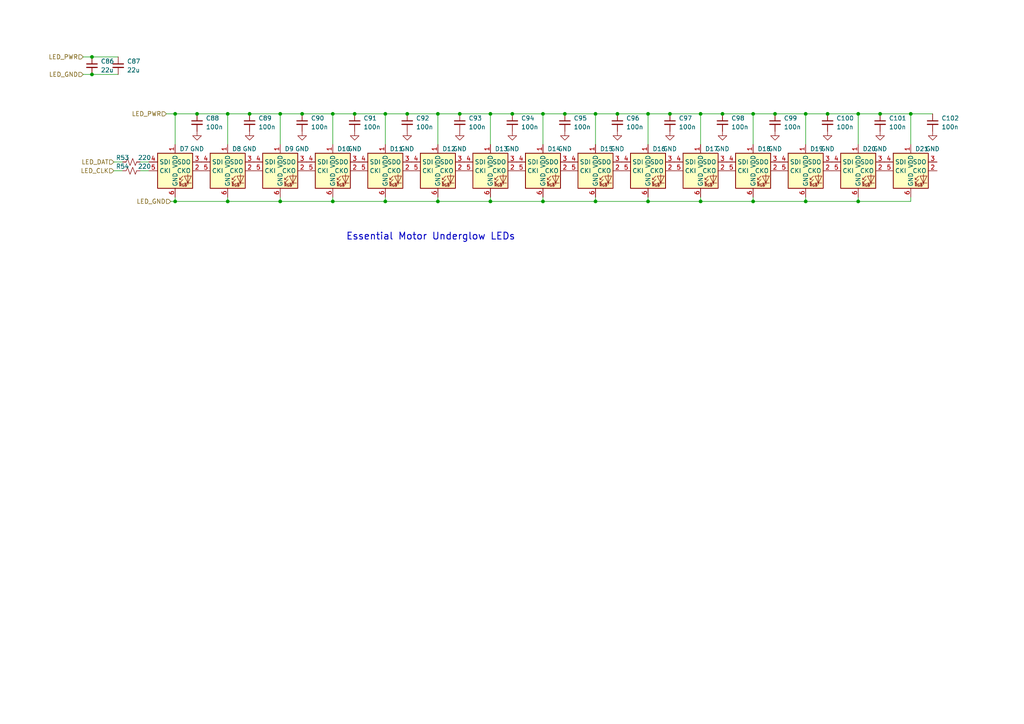
<source format=kicad_sch>
(kicad_sch (version 20211123) (generator eeschema)
  (paper "A4")
  (lib_symbols
    (symbol "Device:C_Small" (pin_numbers hide) (pin_names (offset 0.254) hide)
      (property "Reference" "C" (at 0.254 1.778 0))
      (property "Value" "C_Small" (at 0.254 -2.032 0))
      (symbol "C_Small_0_1"
        (polyline (pts (xy -1.524 -0.508) (xy 1.524 -0.508)) (stroke (width 0.3302)))
        (polyline (pts (xy -1.524 0.508) (xy 1.524 0.508)) (stroke (width 0.3048)))
      )
      (symbol "C_Small_1_1"
        (pin passive line (at 0 2.54 270) (length 2.032) (name "~") (number "1"))
        (pin passive line (at 0 -2.54 90) (length 2.032) (name "~") (number "2"))
      )
    )
    (symbol "Device:R_Small_US" (pin_numbers hide) (pin_names (offset 0.254) hide)
      (property "Reference" "R" (at 0.762 0.508 0))
      (property "Value" "R_Small_US" (at 0.762 -1.016 0))
      (symbol "R_Small_US_1_1"
        (polyline (pts (xy 0 0) (xy 1.016 -0.381) (xy 0 -0.762) (xy -1.016 -1.143) (xy 0 -1.524)))
        (polyline (pts (xy 0 1.524) (xy 1.016 1.143) (xy 0 0.762) (xy -1.016 0.381) (xy 0 0)))
        (pin passive line (at 0 2.54 270) (length 1.016) (name "~") (number "1"))
        (pin passive line (at 0 -2.54 90) (length 1.016) (name "~") (number "2"))
      )
    )
    (symbol "LED:APA102-2020"
      (property "Reference" "D" (at 5.08 5.715 0))
      (property "Value" "APA102-2020" (at 1.27 -5.715 0))
      (symbol "APA102-2020_0_0"
        (text "RGB" (at 2.286 -4.191 0) (effects (font (size 0.762 0.762))))
      )
      (symbol "APA102-2020_0_1"
        (polyline (pts (xy 1.27 -3.556) (xy 1.778 -3.556)))
        (polyline (pts (xy 1.27 -2.54) (xy 1.778 -2.54)))
        (polyline (pts (xy 4.699 -3.556) (xy 2.667 -3.556)))
        (polyline (pts (xy 2.286 -2.54) (xy 1.27 -3.556) (xy 1.27 -3.048)))
        (polyline (pts (xy 2.286 -1.524) (xy 1.27 -2.54) (xy 1.27 -2.032)))
        (polyline (pts (xy 3.683 -1.016) (xy 3.683 -3.556) (xy 3.683 -4.064)))
        (polyline (pts (xy 4.699 -1.524) (xy 2.667 -1.524) (xy 3.683 -3.556) (xy 4.699 -1.524)))
        (rectangle (start 5.08 5.08) (end -5.08 -5.08) (stroke (width 0.254)) (fill (type background)))
      )
      (symbol "APA102-2020_1_1"
        (pin power_in line (at 0 7.62 270) (length 2.54) (name "VDD") (number "1"))
        (pin output line (at 7.62 0 180) (length 2.54) (name "CKO") (number "2"))
        (pin output line (at 7.62 2.54 180) (length 2.54) (name "SDO") (number "3"))
        (pin input line (at -7.62 2.54 0) (length 2.54) (name "SDI") (number "4"))
        (pin input line (at -7.62 0 0) (length 2.54) (name "CKI") (number "5"))
        (pin power_in line (at 0 -7.62 90) (length 2.54) (name "GND") (number "6"))
      )
    )
    (symbol "power:GND" (power) (pin_names (offset 0))
      (property "Value" "GND" (at 0 -3.81 0))
      (symbol "GND_0_1"
        (polyline (pts (xy 0 0) (xy 0 -1.27) (xy 1.27 -1.27) (xy 0 -2.54) (xy -1.27 -1.27) (xy 0 -1.27)))
      )
      (symbol "GND_1_1"
        (pin power_in line (at 0 0 270) (length 0) hide (name "GND") (number "1"))
      )
    )
  )
  (junction (at 127 58.42))
  (junction (at 127 33.02))
  (junction (at 179.07 33.02))
  (junction (at 233.68 58.42))
  (junction (at 111.76 33.02))
  (junction (at 248.92 33.02))
  (junction (at 87.63 33.02))
  (junction (at 203.2 58.42))
  (junction (at 66.04 58.42))
  (junction (at 172.72 33.02))
  (junction (at 26.67 21.59))
  (junction (at 142.24 58.42))
  (junction (at 57.15 33.02))
  (junction (at 148.59 33.02))
  (junction (at 172.72 58.42))
  (junction (at 218.44 58.42))
  (junction (at 233.68 33.02))
  (junction (at 133.35 33.02))
  (junction (at 72.39 33.02))
  (junction (at 240.03 33.02))
  (junction (at 187.96 33.02))
  (junction (at 248.92 58.42))
  (junction (at 102.87 33.02))
  (junction (at 111.76 58.42))
  (junction (at 163.83 33.02))
  (junction (at 81.28 58.42))
  (junction (at 96.52 58.42))
  (junction (at 218.44 33.02))
  (junction (at 142.24 33.02))
  (junction (at 264.16 33.02))
  (junction (at 81.28 33.02))
  (junction (at 203.2 33.02))
  (junction (at 157.48 33.02))
  (junction (at 224.79 33.02))
  (junction (at 26.67 16.51))
  (junction (at 209.55 33.02))
  (junction (at 50.8 33.02))
  (junction (at 50.8 58.42))
  (junction (at 255.27 33.02))
  (junction (at 194.31 33.02))
  (junction (at 66.04 33.02))
  (junction (at 118.11 33.02))
  (junction (at 187.96 58.42))
  (junction (at 157.48 58.42))
  (junction (at 96.52 33.02))
  (wire (pts (xy 142.24 33.02) (xy 142.24 41.91)))
  (wire (pts (xy 148.59 33.02) (xy 157.48 33.02)))
  (wire (pts (xy 24.13 21.59) (xy 26.67 21.59)))
  (wire (pts (xy 233.68 33.02) (xy 240.03 33.02)))
  (wire (pts (xy 240.03 33.02) (xy 248.92 33.02)))
  (wire (pts (xy 209.55 33.02) (xy 218.44 33.02)))
  (wire (pts (xy 157.48 58.42) (xy 157.48 57.15)))
  (wire (pts (xy 57.15 33.02) (xy 66.04 33.02)))
  (wire (pts (xy 264.16 33.02) (xy 264.16 41.91)))
  (wire (pts (xy 118.11 33.02) (xy 127 33.02)))
  (wire (pts (xy 96.52 58.42) (xy 111.76 58.42)))
  (wire (pts (xy 127 58.42) (xy 127 57.15)))
  (wire (pts (xy 248.92 33.02) (xy 248.92 41.91)))
  (wire (pts (xy 264.16 33.02) (xy 270.51 33.02)))
  (wire (pts (xy 203.2 58.42) (xy 203.2 57.15)))
  (wire (pts (xy 26.67 16.51) (xy 34.29 16.51)))
  (wire (pts (xy 33.02 46.99) (xy 35.56 46.99)))
  (wire (pts (xy 203.2 33.02) (xy 203.2 41.91)))
  (wire (pts (xy 142.24 58.42) (xy 157.48 58.42)))
  (wire (pts (xy 127 33.02) (xy 133.35 33.02)))
  (wire (pts (xy 187.96 58.42) (xy 203.2 58.42)))
  (wire (pts (xy 66.04 58.42) (xy 66.04 57.15)))
  (wire (pts (xy 48.26 33.02) (xy 50.8 33.02)))
  (wire (pts (xy 66.04 33.02) (xy 66.04 41.91)))
  (wire (pts (xy 172.72 33.02) (xy 172.72 41.91)))
  (wire (pts (xy 87.63 33.02) (xy 96.52 33.02)))
  (wire (pts (xy 187.96 33.02) (xy 187.96 41.91)))
  (wire (pts (xy 40.64 46.99) (xy 43.18 46.99)))
  (wire (pts (xy 172.72 33.02) (xy 179.07 33.02)))
  (wire (pts (xy 50.8 58.42) (xy 66.04 58.42)))
  (wire (pts (xy 203.2 33.02) (xy 209.55 33.02)))
  (wire (pts (xy 172.72 58.42) (xy 172.72 57.15)))
  (wire (pts (xy 49.53 58.42) (xy 50.8 58.42)))
  (wire (pts (xy 172.72 58.42) (xy 187.96 58.42)))
  (wire (pts (xy 264.16 58.42) (xy 264.16 57.15)))
  (wire (pts (xy 224.79 33.02) (xy 233.68 33.02)))
  (wire (pts (xy 111.76 33.02) (xy 118.11 33.02)))
  (wire (pts (xy 40.64 49.53) (xy 43.18 49.53)))
  (wire (pts (xy 26.67 21.59) (xy 34.29 21.59)))
  (wire (pts (xy 81.28 58.42) (xy 96.52 58.42)))
  (wire (pts (xy 66.04 33.02) (xy 72.39 33.02)))
  (wire (pts (xy 233.68 58.42) (xy 248.92 58.42)))
  (wire (pts (xy 102.87 33.02) (xy 111.76 33.02)))
  (wire (pts (xy 187.96 33.02) (xy 194.31 33.02)))
  (wire (pts (xy 233.68 33.02) (xy 233.68 41.91)))
  (wire (pts (xy 127 33.02) (xy 127 41.91)))
  (wire (pts (xy 248.92 58.42) (xy 264.16 58.42)))
  (wire (pts (xy 50.8 33.02) (xy 57.15 33.02)))
  (wire (pts (xy 96.52 33.02) (xy 102.87 33.02)))
  (wire (pts (xy 96.52 58.42) (xy 96.52 57.15)))
  (wire (pts (xy 248.92 33.02) (xy 255.27 33.02)))
  (wire (pts (xy 50.8 58.42) (xy 50.8 57.15)))
  (wire (pts (xy 66.04 58.42) (xy 81.28 58.42)))
  (wire (pts (xy 233.68 58.42) (xy 233.68 57.15)))
  (wire (pts (xy 142.24 33.02) (xy 148.59 33.02)))
  (wire (pts (xy 203.2 58.42) (xy 218.44 58.42)))
  (wire (pts (xy 50.8 33.02) (xy 50.8 41.91)))
  (wire (pts (xy 111.76 58.42) (xy 127 58.42)))
  (wire (pts (xy 81.28 58.42) (xy 81.28 57.15)))
  (wire (pts (xy 218.44 58.42) (xy 233.68 58.42)))
  (wire (pts (xy 111.76 33.02) (xy 111.76 41.91)))
  (wire (pts (xy 133.35 33.02) (xy 142.24 33.02)))
  (wire (pts (xy 248.92 58.42) (xy 248.92 57.15)))
  (wire (pts (xy 157.48 33.02) (xy 163.83 33.02)))
  (wire (pts (xy 218.44 58.42) (xy 218.44 57.15)))
  (wire (pts (xy 111.76 58.42) (xy 111.76 57.15)))
  (wire (pts (xy 72.39 33.02) (xy 81.28 33.02)))
  (wire (pts (xy 163.83 33.02) (xy 172.72 33.02)))
  (wire (pts (xy 218.44 33.02) (xy 218.44 41.91)))
  (wire (pts (xy 127 58.42) (xy 142.24 58.42)))
  (wire (pts (xy 142.24 58.42) (xy 142.24 57.15)))
  (wire (pts (xy 218.44 33.02) (xy 224.79 33.02)))
  (wire (pts (xy 33.02 49.53) (xy 35.56 49.53)))
  (wire (pts (xy 81.28 33.02) (xy 81.28 41.91)))
  (wire (pts (xy 96.52 33.02) (xy 96.52 41.91)))
  (wire (pts (xy 24.13 16.51) (xy 26.67 16.51)))
  (wire (pts (xy 194.31 33.02) (xy 203.2 33.02)))
  (wire (pts (xy 179.07 33.02) (xy 187.96 33.02)))
  (wire (pts (xy 255.27 33.02) (xy 264.16 33.02)))
  (wire (pts (xy 157.48 33.02) (xy 157.48 41.91)))
  (wire (pts (xy 81.28 33.02) (xy 87.63 33.02)))
  (wire (pts (xy 187.96 58.42) (xy 187.96 57.15)))
  (wire (pts (xy 157.48 58.42) (xy 172.72 58.42)))
  (text "Essential Motor Underglow LEDs" (at 100.33 69.85 0) (effects (font (size 2 2) (thickness 0.254) bold) (justify left bottom)))
  (hierarchical_label "LED_CLK" (shape input) (at 33.02 49.53 180))
  (hierarchical_label "LED_PWR" (shape input) (at 24.13 16.51 180))
  (hierarchical_label "LED_PWR" (shape input) (at 48.26 33.02 180))
  (hierarchical_label "LED_GND" (shape input) (at 49.53 58.42 180))
  (hierarchical_label "LED_DAT" (shape input) (at 33.02 46.99 180))
  (hierarchical_label "LED_GND" (shape input) (at 24.13 21.59 180))
  (symbol (lib_id "power:GND") (at 194.31 38.1 0) (unit 1)
    (property "Reference" "#PWR0104" (effects hide))
    (property "Value" "GND" (at 194.31 43.18 0))
  )
  (symbol (lib_id "power:GND") (at 240.03 38.1 0) (unit 1)
    (property "Reference" "#PWR0107" (effects hide))
    (property "Value" "GND" (at 240.03 43.18 0))
  )
  (symbol (lib_id "Device:C_Small") (at 72.39 35.56 0) (unit 1)
    (property "Reference" "C89" (at 74.93 34.2962 0) (effects (justify left)))
    (property "Value" "100n" (at 74.93 36.8362 0) (effects (justify left)))
    (property "Footprint" "Capacitor_SMD:C_0603_1608Metric" (effects hide))
  )
  (symbol (lib_id "Device:C_Small") (at 240.03 35.56 0) (unit 1)
    (property "Reference" "C100" (at 242.57 34.2962 0) (effects (justify left)))
    (property "Value" "100n" (at 242.57 36.8362 0) (effects (justify left)))
    (property "Footprint" "Capacitor_SMD:C_0603_1608Metric" (effects hide))
  )
  (symbol (lib_id "Device:C_Small") (at 163.83 35.56 0) (unit 1)
    (property "Reference" "C95" (at 166.37 34.2962 0) (effects (justify left)))
    (property "Value" "100n" (at 166.37 36.8362 0) (effects (justify left)))
    (property "Footprint" "Capacitor_SMD:C_0603_1608Metric" (effects hide))
  )
  (symbol (lib_id "LED:APA102-2020") (at 157.48 49.53 0) (unit 1)
    (property "Reference" "D14" (at 158.75 43.18 0) (effects (justify left)))
    (property "Value" "APA102-2020" (effects hide))
    (property "Footprint" "LED_SMD:LED-APA102-2020" (effects hide))
    (property "Datasheet" "http://www.led-color.com/upload/201604/APA102-2020%20SMD%20LED.pdf" (effects hide))
  )
  (symbol (lib_id "power:GND") (at 87.63 38.1 0) (unit 1)
    (property "Reference" "#PWR097" (effects hide))
    (property "Value" "GND" (at 87.63 43.18 0))
  )
  (symbol (lib_id "LED:APA102-2020") (at 203.2 49.53 0) (unit 1)
    (property "Reference" "D17" (at 204.47 43.18 0) (effects (justify left)))
    (property "Value" "APA102-2020" (effects hide))
    (property "Footprint" "LED_SMD:LED-APA102-2020" (effects hide))
    (property "Datasheet" "http://www.led-color.com/upload/201604/APA102-2020%20SMD%20LED.pdf" (effects hide))
  )
  (symbol (lib_id "Device:C_Small") (at 270.51 35.56 0) (unit 1)
    (property "Reference" "C102" (at 273.05 34.2962 0) (effects (justify left)))
    (property "Value" "100n" (at 273.05 36.8362 0) (effects (justify left)))
    (property "Footprint" "Capacitor_SMD:C_0603_1608Metric" (effects hide))
  )
  (symbol (lib_id "power:GND") (at 270.51 38.1 0) (unit 1)
    (property "Reference" "#PWR0109" (effects hide))
    (property "Value" "GND" (at 270.51 43.18 0))
  )
  (symbol (lib_id "LED:APA102-2020") (at 264.16 49.53 0) (unit 1)
    (property "Reference" "D21" (at 265.43 43.18 0) (effects (justify left)))
    (property "Value" "APA102-2020" (effects hide))
    (property "Footprint" "LED_SMD:LED-APA102-2020" (effects hide))
    (property "Datasheet" "http://www.led-color.com/upload/201604/APA102-2020%20SMD%20LED.pdf" (effects hide))
  )
  (symbol (lib_id "LED:APA102-2020") (at 96.52 49.53 0) (unit 1)
    (property "Reference" "D10" (at 97.79 43.18 0) (effects (justify left)))
    (property "Value" "APA102-2020" (effects hide))
    (property "Footprint" "LED_SMD:LED-APA102-2020" (effects hide))
    (property "Datasheet" "http://www.led-color.com/upload/201604/APA102-2020%20SMD%20LED.pdf" (effects hide))
  )
  (symbol (lib_id "Device:C_Small") (at 148.59 35.56 0) (unit 1)
    (property "Reference" "C94" (at 151.13 34.2962 0) (effects (justify left)))
    (property "Value" "100n" (at 151.13 36.8362 0) (effects (justify left)))
    (property "Footprint" "Capacitor_SMD:C_0603_1608Metric" (effects hide))
  )
  (symbol (lib_id "power:GND") (at 255.27 38.1 0) (unit 1)
    (property "Reference" "#PWR0108" (effects hide))
    (property "Value" "GND" (at 255.27 43.18 0))
  )
  (symbol (lib_id "Device:C_Small") (at 133.35 35.56 0) (unit 1)
    (property "Reference" "C93" (at 135.89 34.2962 0) (effects (justify left)))
    (property "Value" "100n" (at 135.89 36.8362 0) (effects (justify left)))
    (property "Footprint" "Capacitor_SMD:C_0603_1608Metric" (effects hide))
  )
  (symbol (lib_id "power:GND") (at 224.79 38.1 0) (unit 1)
    (property "Reference" "#PWR0106" (effects hide))
    (property "Value" "GND" (at 224.79 43.18 0))
  )
  (symbol (lib_id "Device:C_Small") (at 26.67 19.05 0) (unit 1)
    (property "Reference" "C86" (at 29.21 17.7862 0) (effects (justify left)))
    (property "Value" "22u" (at 29.21 20.3262 0) (effects (justify left)))
    (property "Footprint" "Capacitor_SMD:C_0805_2012Metric" (effects hide))
  )
  (symbol (lib_id "Device:R_Small_US") (at 38.1 46.99 90) (unit 1)
    (property "Reference" "R53" (at 35.56 45.72 90))
    (property "Value" "220" (at 41.91 45.72 90))
    (property "Footprint" "Resistor_SMD:R_0603_1608Metric" (effects hide))
  )
  (symbol (lib_id "power:GND") (at 148.59 38.1 0) (unit 1)
    (property "Reference" "#PWR0101" (effects hide))
    (property "Value" "GND" (at 148.59 43.18 0))
  )
  (symbol (lib_id "LED:APA102-2020") (at 172.72 49.53 0) (unit 1)
    (property "Reference" "D15" (at 173.99 43.18 0) (effects (justify left)))
    (property "Value" "APA102-2020" (effects hide))
    (property "Footprint" "LED_SMD:LED-APA102-2020" (effects hide))
    (property "Datasheet" "http://www.led-color.com/upload/201604/APA102-2020%20SMD%20LED.pdf" (effects hide))
  )
  (symbol (lib_id "power:GND") (at 163.83 38.1 0) (unit 1)
    (property "Reference" "#PWR0102" (effects hide))
    (property "Value" "GND" (at 163.83 43.18 0))
  )
  (symbol (lib_id "Device:R_Small_US") (at 38.1 49.53 90) (unit 1)
    (property "Reference" "R54" (at 35.56 48.26 90))
    (property "Value" "220" (at 41.91 48.26 90))
    (property "Footprint" "Resistor_SMD:R_0603_1608Metric" (effects hide))
  )
  (symbol (lib_id "power:GND") (at 72.39 38.1 0) (unit 1)
    (property "Reference" "#PWR096" (effects hide))
    (property "Value" "GND" (at 72.39 43.18 0))
  )
  (symbol (lib_id "LED:APA102-2020") (at 187.96 49.53 0) (unit 1)
    (property "Reference" "D16" (at 189.23 43.18 0) (effects (justify left)))
    (property "Value" "APA102-2020" (effects hide))
    (property "Footprint" "LED_SMD:LED-APA102-2020" (effects hide))
    (property "Datasheet" "http://www.led-color.com/upload/201604/APA102-2020%20SMD%20LED.pdf" (effects hide))
  )
  (symbol (lib_id "power:GND") (at 179.07 38.1 0) (unit 1)
    (property "Reference" "#PWR0103" (effects hide))
    (property "Value" "GND" (at 179.07 43.18 0))
  )
  (symbol (lib_id "Device:C_Small") (at 179.07 35.56 0) (unit 1)
    (property "Reference" "C96" (at 181.61 34.2962 0) (effects (justify left)))
    (property "Value" "100n" (at 181.61 36.8362 0) (effects (justify left)))
    (property "Footprint" "Capacitor_SMD:C_0603_1608Metric" (effects hide))
  )
  (symbol (lib_id "LED:APA102-2020") (at 66.04 49.53 0) (unit 1)
    (property "Reference" "D8" (at 67.31 43.18 0) (effects (justify left)))
    (property "Value" "APA102-2020" (effects hide))
    (property "Footprint" "LED_SMD:LED-APA102-2020" (effects hide))
    (property "Datasheet" "http://www.led-color.com/upload/201604/APA102-2020%20SMD%20LED.pdf" (effects hide))
  )
  (symbol (lib_id "LED:APA102-2020") (at 142.24 49.53 0) (unit 1)
    (property "Reference" "D13" (at 143.51 43.18 0) (effects (justify left)))
    (property "Value" "APA102-2020" (effects hide))
    (property "Footprint" "LED_SMD:LED-APA102-2020" (effects hide))
    (property "Datasheet" "http://www.led-color.com/upload/201604/APA102-2020%20SMD%20LED.pdf" (effects hide))
  )
  (symbol (lib_id "Device:C_Small") (at 34.29 19.05 0) (unit 1)
    (property "Reference" "C87" (at 36.83 17.7862 0) (effects (justify left)))
    (property "Value" "22u" (at 36.83 20.3262 0) (effects (justify left)))
    (property "Footprint" "Capacitor_SMD:C_0805_2012Metric" (effects hide))
  )
  (symbol (lib_id "power:GND") (at 118.11 38.1 0) (unit 1)
    (property "Reference" "#PWR099" (effects hide))
    (property "Value" "GND" (at 118.11 43.18 0))
  )
  (symbol (lib_id "LED:APA102-2020") (at 81.28 49.53 0) (unit 1)
    (property "Reference" "D9" (at 82.55 43.18 0) (effects (justify left)))
    (property "Value" "APA102-2020" (effects hide))
    (property "Footprint" "LED_SMD:LED-APA102-2020" (effects hide))
    (property "Datasheet" "http://www.led-color.com/upload/201604/APA102-2020%20SMD%20LED.pdf" (effects hide))
  )
  (symbol (lib_id "Device:C_Small") (at 87.63 35.56 0) (unit 1)
    (property "Reference" "C90" (at 90.17 34.2962 0) (effects (justify left)))
    (property "Value" "100n" (at 90.17 36.8362 0) (effects (justify left)))
    (property "Footprint" "Capacitor_SMD:C_0603_1608Metric" (effects hide))
  )
  (symbol (lib_id "Device:C_Small") (at 194.31 35.56 0) (unit 1)
    (property "Reference" "C97" (at 196.85 34.2962 0) (effects (justify left)))
    (property "Value" "100n" (at 196.85 36.8362 0) (effects (justify left)))
    (property "Footprint" "Capacitor_SMD:C_0603_1608Metric" (effects hide))
  )
  (symbol (lib_id "Device:C_Small") (at 102.87 35.56 0) (unit 1)
    (property "Reference" "C91" (at 105.41 34.2962 0) (effects (justify left)))
    (property "Value" "100n" (at 105.41 36.8362 0) (effects (justify left)))
    (property "Footprint" "Capacitor_SMD:C_0603_1608Metric" (effects hide))
  )
  (symbol (lib_id "LED:APA102-2020") (at 248.92 49.53 0) (unit 1)
    (property "Reference" "D20" (at 250.19 43.18 0) (effects (justify left)))
    (property "Value" "APA102-2020" (effects hide))
    (property "Footprint" "LED_SMD:LED-APA102-2020" (effects hide))
    (property "Datasheet" "http://www.led-color.com/upload/201604/APA102-2020%20SMD%20LED.pdf" (effects hide))
  )
  (symbol (lib_id "Device:C_Small") (at 224.79 35.56 0) (unit 1)
    (property "Reference" "C99" (at 227.33 34.2962 0) (effects (justify left)))
    (property "Value" "100n" (at 227.33 36.8362 0) (effects (justify left)))
    (property "Footprint" "Capacitor_SMD:C_0603_1608Metric" (effects hide))
  )
  (symbol (lib_id "power:GND") (at 102.87 38.1 0) (unit 1)
    (property "Reference" "#PWR098" (effects hide))
    (property "Value" "GND" (at 102.87 43.18 0))
  )
  (symbol (lib_id "LED:APA102-2020") (at 127 49.53 0) (unit 1)
    (property "Reference" "D12" (at 128.27 43.18 0) (effects (justify left)))
    (property "Value" "APA102-2020" (effects hide))
    (property "Footprint" "LED_SMD:LED-APA102-2020" (effects hide))
    (property "Datasheet" "http://www.led-color.com/upload/201604/APA102-2020%20SMD%20LED.pdf" (effects hide))
  )
  (symbol (lib_id "Device:C_Small") (at 255.27 35.56 0) (unit 1)
    (property "Reference" "C101" (at 257.81 34.2962 0) (effects (justify left)))
    (property "Value" "100n" (at 257.81 36.8362 0) (effects (justify left)))
    (property "Footprint" "Capacitor_SMD:C_0603_1608Metric" (effects hide))
  )
  (symbol (lib_id "LED:APA102-2020") (at 218.44 49.53 0) (unit 1)
    (property "Reference" "D18" (at 219.71 43.18 0) (effects (justify left)))
    (property "Value" "APA102-2020" (effects hide))
    (property "Footprint" "LED_SMD:LED-APA102-2020" (effects hide))
    (property "Datasheet" "http://www.led-color.com/upload/201604/APA102-2020%20SMD%20LED.pdf" (effects hide))
  )
  (symbol (lib_id "LED:APA102-2020") (at 233.68 49.53 0) (unit 1)
    (property "Reference" "D19" (at 234.95 43.18 0) (effects (justify left)))
    (property "Value" "APA102-2020" (effects hide))
    (property "Footprint" "LED_SMD:LED-APA102-2020" (effects hide))
    (property "Datasheet" "http://www.led-color.com/upload/201604/APA102-2020%20SMD%20LED.pdf" (effects hide))
  )
  (symbol (lib_id "Device:C_Small") (at 57.15 35.56 0) (unit 1)
    (property "Reference" "C88" (at 59.69 34.2962 0) (effects (justify left)))
    (property "Value" "100n" (at 59.69 36.8362 0) (effects (justify left)))
    (property "Footprint" "Capacitor_SMD:C_0603_1608Metric" (effects hide))
  )
  (symbol (lib_id "Device:C_Small") (at 118.11 35.56 0) (unit 1)
    (property "Reference" "C92" (at 120.65 34.2962 0) (effects (justify left)))
    (property "Value" "100n" (at 120.65 36.8362 0) (effects (justify left)))
    (property "Footprint" "Capacitor_SMD:C_0603_1608Metric" (effects hide))
  )
  (symbol (lib_id "power:GND") (at 57.15 38.1 0) (unit 1)
    (property "Reference" "#PWR095" (effects hide))
    (property "Value" "GND" (at 57.15 43.18 0))
  )
  (symbol (lib_id "LED:APA102-2020") (at 111.76 49.53 0) (unit 1)
    (property "Reference" "D11" (at 113.03 43.18 0) (effects (justify left)))
    (property "Value" "APA102-2020" (effects hide))
    (property "Footprint" "LED_SMD:LED-APA102-2020" (effects hide))
    (property "Datasheet" "http://www.led-color.com/upload/201604/APA102-2020%20SMD%20LED.pdf" (effects hide))
  )
  (symbol (lib_id "LED:APA102-2020") (at 50.8 49.53 0) (unit 1)
    (property "Reference" "D7" (at 52.07 43.18 0) (effects (justify left)))
    (property "Value" "APA102-2020" (effects hide))
    (property "Footprint" "LED_SMD:LED-APA102-2020" (effects hide))
    (property "Datasheet" "http://www.led-color.com/upload/201604/APA102-2020%20SMD%20LED.pdf" (effects hide))
  )
  (symbol (lib_id "power:GND") (at 209.55 38.1 0) (unit 1)
    (property "Reference" "#PWR0105" (effects hide))
    (property "Value" "GND" (at 209.55 43.18 0))
  )
  (symbol (lib_id "power:GND") (at 133.35 38.1 0) (unit 1)
    (property "Reference" "#PWR0100" (effects hide))
    (property "Value" "GND" (at 133.35 43.18 0))
  )
  (symbol (lib_id "Device:C_Small") (at 209.55 35.56 0) (unit 1)
    (property "Reference" "C98" (at 212.09 34.2962 0) (effects (justify left)))
    (property "Value" "100n" (at 212.09 36.8362 0) (effects (justify left)))
    (property "Footprint" "Capacitor_SMD:C_0603_1608Metric" (effects hide))
  )
)
</source>
